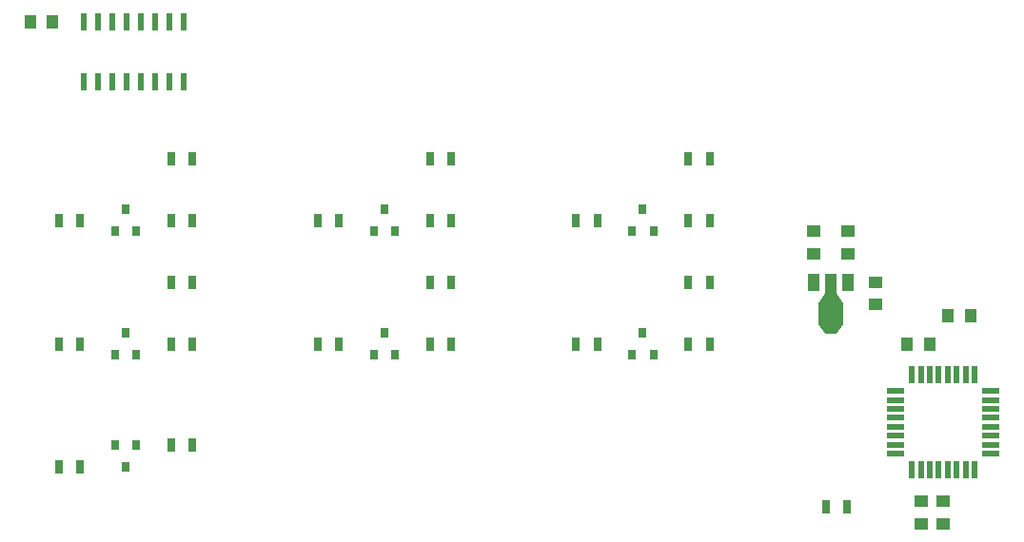
<source format=gtp>
G04 #@! TF.GenerationSoftware,KiCad,Pcbnew,(5.1.7)-1*
G04 #@! TF.CreationDate,2022-05-13T22:16:48+02:00*
G04 #@! TF.ProjectId,Anzeige-Modul,416e7a65-6967-4652-9d4d-6f64756c2e6b,rev?*
G04 #@! TF.SameCoordinates,Original*
G04 #@! TF.FileFunction,Paste,Top*
G04 #@! TF.FilePolarity,Positive*
%FSLAX46Y46*%
G04 Gerber Fmt 4.6, Leading zero omitted, Abs format (unit mm)*
G04 Created by KiCad (PCBNEW (5.1.7)-1) date 2022-05-13 22:16:48*
%MOMM*%
%LPD*%
G01*
G04 APERTURE LIST*
%ADD10R,1.000000X1.250000*%
%ADD11R,0.600000X1.500000*%
%ADD12R,0.800000X0.900000*%
%ADD13R,1.250000X1.000000*%
%ADD14R,0.700000X1.300000*%
%ADD15R,0.550000X1.600000*%
%ADD16R,1.600000X0.550000*%
%ADD17C,0.100000*%
%ADD18R,2.200000X1.840000*%
%ADD19R,1.000000X1.500000*%
%ADD20R,1.000000X1.800000*%
G04 APERTURE END LIST*
D10*
X28750000Y-49300000D03*
X30750000Y-49300000D03*
D11*
X33555000Y-54700000D03*
X34825000Y-54700000D03*
X36095000Y-54700000D03*
X37365000Y-54700000D03*
X38635000Y-54700000D03*
X39905000Y-54700000D03*
X41175000Y-54700000D03*
X42445000Y-54700000D03*
X42445000Y-49300000D03*
X41175000Y-49300000D03*
X39905000Y-49300000D03*
X38635000Y-49300000D03*
X37365000Y-49300000D03*
X36095000Y-49300000D03*
X34825000Y-49300000D03*
X33555000Y-49300000D03*
D12*
X38220000Y-87000000D03*
X36320000Y-87000000D03*
X37270000Y-89000000D03*
D13*
X108000000Y-94000000D03*
X108000000Y-92000000D03*
D10*
X106800000Y-78000000D03*
X108800000Y-78000000D03*
X112400000Y-75500000D03*
X110400000Y-75500000D03*
D13*
X104000000Y-74500000D03*
X104000000Y-72500000D03*
D14*
X101450000Y-92500000D03*
X99550000Y-92500000D03*
D13*
X110000000Y-92000000D03*
X110000000Y-94000000D03*
D15*
X112800000Y-80750000D03*
X112000000Y-80750000D03*
X111200000Y-80750000D03*
X110400000Y-80750000D03*
X109600000Y-80750000D03*
X108800000Y-80750000D03*
X108000000Y-80750000D03*
X107200000Y-80750000D03*
D16*
X105750000Y-82200000D03*
X105750000Y-83000000D03*
X105750000Y-83800000D03*
X105750000Y-84600000D03*
X105750000Y-85400000D03*
X105750000Y-86200000D03*
X105750000Y-87000000D03*
X105750000Y-87800000D03*
D15*
X107200000Y-89250000D03*
X108000000Y-89250000D03*
X108800000Y-89250000D03*
X109600000Y-89250000D03*
X110400000Y-89250000D03*
X111200000Y-89250000D03*
X112000000Y-89250000D03*
X112800000Y-89250000D03*
D16*
X114250000Y-87800000D03*
X114250000Y-87000000D03*
X114250000Y-86200000D03*
X114250000Y-85400000D03*
X114250000Y-84600000D03*
X114250000Y-83800000D03*
X114250000Y-83000000D03*
X114250000Y-82200000D03*
D14*
X41320000Y-61500000D03*
X43220000Y-61500000D03*
X64320000Y-61500000D03*
X66220000Y-61500000D03*
X87320000Y-61500000D03*
X89220000Y-61500000D03*
X41320000Y-72500000D03*
X43220000Y-72500000D03*
X64320000Y-72500000D03*
X66220000Y-72500000D03*
X87320000Y-72500000D03*
X89220000Y-72500000D03*
D12*
X36320000Y-68000000D03*
X38220000Y-68000000D03*
X37270000Y-66000000D03*
X59320000Y-68000000D03*
X61220000Y-68000000D03*
X60270000Y-66000000D03*
X82320000Y-68000000D03*
X84220000Y-68000000D03*
X83270000Y-66000000D03*
X36320000Y-79000000D03*
X38220000Y-79000000D03*
X37270000Y-77000000D03*
X59320000Y-79000000D03*
X61220000Y-79000000D03*
X60270000Y-77000000D03*
X82320000Y-79000000D03*
X84220000Y-79000000D03*
X83270000Y-77000000D03*
D14*
X41320000Y-67000000D03*
X43220000Y-67000000D03*
X64320000Y-67000000D03*
X66220000Y-67000000D03*
X87320000Y-67000000D03*
X89220000Y-67000000D03*
X41320000Y-78000000D03*
X43220000Y-78000000D03*
X64320000Y-78000000D03*
X66220000Y-78000000D03*
X89220000Y-78000000D03*
X87320000Y-78000000D03*
X31320000Y-67000000D03*
X33220000Y-67000000D03*
X54320000Y-67000000D03*
X56220000Y-67000000D03*
X77320000Y-67000000D03*
X79220000Y-67000000D03*
X31320000Y-78000000D03*
X33220000Y-78000000D03*
X54320000Y-78000000D03*
X56220000Y-78000000D03*
X77320000Y-78000000D03*
X79220000Y-78000000D03*
D17*
G36*
X98900000Y-74403800D02*
G01*
X99600000Y-73403800D01*
X100400000Y-73403800D01*
X101100000Y-74403800D01*
X98900000Y-74403800D01*
G37*
D18*
X100000000Y-75313500D03*
D19*
X98500000Y-72500000D03*
D20*
X100000000Y-72646500D03*
D19*
X101500000Y-72500000D03*
D17*
G36*
X101100000Y-76222000D02*
G01*
X100500000Y-77072000D01*
X99500000Y-77072000D01*
X98900000Y-76222000D01*
X101100000Y-76222000D01*
G37*
D14*
X43220000Y-87000000D03*
X41320000Y-87000000D03*
X31320000Y-89000000D03*
X33220000Y-89000000D03*
D13*
X98500000Y-68000000D03*
X98500000Y-70000000D03*
X101500000Y-68000000D03*
X101500000Y-70000000D03*
M02*

</source>
